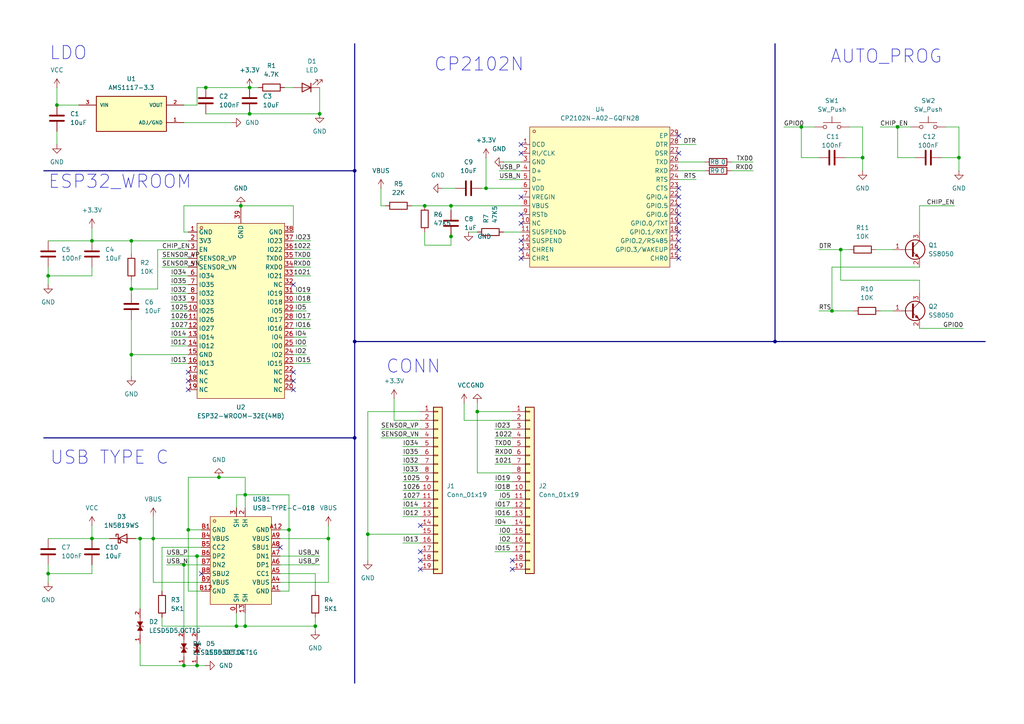
<source format=kicad_sch>
(kicad_sch (version 20250114) (generator "eeschema") (generator_version "9.0")
  (paper "A4")
  (lib_symbols
    (symbol "AMS1117-3.3:AMS1117-3.3" (pin_names (offset 1.016))
      (property "Reference" "U" (at -10.1766 5.5971 0))
      (property "Value" "AMS1117-3.3" (at -10.1692 -8.1354 0))
      (symbol "AMS1117-3.3_0_0"
        (pin input line (at -15.24 2.54 0) (length 5.08) (name "VIN") (number "3"))
        (pin output line (at 15.24 2.54 180) (length 5.08) (name "VOUT") (number "2"))
        (pin power_in line (at 15.24 -2.54 180) (length 5.08) (name "ADJ/GND") (number "1"))
      )
    )
    (symbol "CP2102N-A02-GQFN28_1"
      (property "Reference" "U" (at 0 22.86 0))
      (property "Value" "CP2102N-A02-GQFN28" (at 0 -22.86 0))
      (symbol "CP2102N-A02-GQFN28_1_0_1"
        (pin unspecified line (at -22.86 15.24 0) (length 2.54) (name "DCD") (number "1"))
        (pin unspecified line (at -22.86 12.7 0) (length 2.54) (name "RI/CLK") (number "2"))
        (pin unspecified line (at -22.86 10.16 0) (length 2.54) (name "GND") (number "3"))
        (pin unspecified line (at -22.86 7.62 0) (length 2.54) (name "D+") (number "4"))
        (pin unspecified line (at -22.86 5.08 0) (length 2.54) (name "D-") (number "5"))
        (pin unspecified line (at -22.86 2.54 0) (length 2.54) (name "VDD") (number "6"))
        (pin unspecified line (at -22.86 0 0) (length 2.54) (name "VREGIN") (number "7"))
        (pin unspecified line (at -22.86 -2.54 0) (length 2.54) (name "VBUS") (number "8"))
        (pin unspecified line (at -22.86 -5.08 0) (length 2.54) (name "RSTb") (number "9"))
        (pin unspecified line (at -22.86 -7.62 0) (length 2.54) (name "NC") (number "10"))
        (pin unspecified line (at -22.86 -10.16 0) (length 2.54) (name "SUSPENDb") (number "11"))
        (pin unspecified line (at -22.86 -12.7 0) (length 2.54) (name "SUSPEND") (number "12"))
        (pin unspecified line (at -22.86 -15.24 0) (length 2.54) (name "CHREN") (number "13"))
        (pin unspecified line (at -22.86 -17.78 0) (length 2.54) (name "CHR1") (number "14"))
        (pin unspecified line (at 22.86 17.78 180) (length 2.54) (name "EP") (number "29"))
        (pin unspecified line (at 22.86 15.24 180) (length 2.54) (name "DTR") (number "28"))
        (pin unspecified line (at 22.86 12.7 180) (length 2.54) (name "DSR") (number "27"))
        (pin unspecified line (at 22.86 10.16 180) (length 2.54) (name "TXD") (number "26"))
        (pin unspecified line (at 22.86 7.62 180) (length 2.54) (name "RXD") (number "25"))
        (pin unspecified line (at 22.86 5.08 180) (length 2.54) (name "RTS") (number "24"))
        (pin unspecified line (at 22.86 2.54 180) (length 2.54) (name "CTS") (number "23"))
        (pin unspecified line (at 22.86 0 180) (length 2.54) (name "GPIO.4") (number "22"))
        (pin unspecified line (at 22.86 -2.54 180) (length 2.54) (name "GPIO.5") (number "21"))
        (pin unspecified line (at 22.86 -5.08 180) (length 2.54) (name "GPIO.6") (number "20"))
        (pin unspecified line (at 22.86 -7.62 180) (length 2.54) (name "GPIO.0/TXT") (number "19"))
        (pin unspecified line (at 22.86 -10.16 180) (length 2.54) (name "GPIO.1/RXT") (number "18"))
        (pin unspecified line (at 22.86 -12.7 180) (length 2.54) (name "GPIO.2/RS485") (number "17"))
        (pin unspecified line (at 22.86 -15.24 180) (length 2.54) (name "GPIO.3/WAKEUP") (number "16"))
        (pin unspecified line (at 22.86 -17.78 180) (length 2.54) (name "CHR0") (number "15"))
      )
    )
    (symbol "Connector_Generic:Conn_01x19" (pin_names (offset 1.016) (hide yes))
      (property "Reference" "J" (at 0 25.4 0))
      (property "Value" "Conn_01x19" (at 0 -25.4 0))
      (symbol "Conn_01x19_1_1"
        (pin passive line (at -5.08 22.86 0) (length 3.81) (name "Pin_1") (number "1"))
        (pin passive line (at -5.08 20.32 0) (length 3.81) (name "Pin_2") (number "2"))
        (pin passive line (at -5.08 17.78 0) (length 3.81) (name "Pin_3") (number "3"))
        (pin passive line (at -5.08 15.24 0) (length 3.81) (name "Pin_4") (number "4"))
        (pin passive line (at -5.08 12.7 0) (length 3.81) (name "Pin_5") (number "5"))
        (pin passive line (at -5.08 10.16 0) (length 3.81) (name "Pin_6") (number "6"))
        (pin passive line (at -5.08 7.62 0) (length 3.81) (name "Pin_7") (number "7"))
        (pin passive line (at -5.08 5.08 0) (length 3.81) (name "Pin_8") (number "8"))
        (pin passive line (at -5.08 2.54 0) (length 3.81) (name "Pin_9") (number "9"))
        (pin passive line (at -5.08 0 0) (length 3.81) (name "Pin_10") (number "10"))
        (pin passive line (at -5.08 -2.54 0) (length 3.81) (name "Pin_11") (number "11"))
        (pin passive line (at -5.08 -5.08 0) (length 3.81) (name "Pin_12") (number "12"))
        (pin passive line (at -5.08 -7.62 0) (length 3.81) (name "Pin_13") (number "13"))
        (pin passive line (at -5.08 -10.16 0) (length 3.81) (name "Pin_14") (number "14"))
        (pin passive line (at -5.08 -12.7 0) (length 3.81) (name "Pin_15") (number "15"))
        (pin passive line (at -5.08 -15.24 0) (length 3.81) (name "Pin_16") (number "16"))
        (pin passive line (at -5.08 -17.78 0) (length 3.81) (name "Pin_17") (number "17"))
        (pin passive line (at -5.08 -20.32 0) (length 3.81) (name "Pin_18") (number "18"))
        (pin passive line (at -5.08 -22.86 0) (length 3.81) (name "Pin_19") (number "19"))
      )
    )
    (symbol "Device:C" (pin_numbers (hide yes)) (pin_names (offset 0.254))
      (property "Reference" "C" (at 0.635 2.54 0))
      (property "Value" "C" (at 0.635 -2.54 0))
      (symbol "C_1_1"
        (pin passive line (at 0 3.81 270) (length 2.794) (name "~") (number "1"))
        (pin passive line (at 0 -3.81 90) (length 2.794) (name "~") (number "2"))
      )
    )
    (symbol "Device:LED" (pin_numbers (hide yes)) (pin_names (offset 1.016) (hide yes))
      (property "Reference" "D" (at 0 2.54 0))
      (property "Value" "LED" (at 0 -2.54 0))
      (symbol "LED_1_1"
        (pin passive line (at -3.81 0 0) (length 2.54) (name "K") (number "1"))
        (pin passive line (at 3.81 0 180) (length 2.54) (name "A") (number "2"))
      )
    )
    (symbol "Device:R" (pin_numbers (hide yes)) (pin_names (offset 0))
      (property "Reference" "R" (at 2.032 0 90))
      (property "Value" "R" (at 0 0 90))
      (symbol "R_1_1"
        (pin passive line (at 0 3.81 270) (length 1.27) (name "~") (number "1"))
        (pin passive line (at 0 -3.81 90) (length 1.27) (name "~") (number "2"))
      )
    )
    (symbol "Diode:1N5819WS" (pin_numbers (hide yes)) (pin_names (offset 1.016) (hide yes))
      (property "Reference" "D" (at 0 2.54 0))
      (property "Value" "1N5819WS" (at 0 -2.54 0))
      (symbol "1N5819WS_1_1"
        (pin passive line (at -3.81 0 0) (length 2.54) (name "K") (number "1"))
        (pin passive line (at 3.81 0 180) (length 2.54) (name "A") (number "2"))
      )
    )
    (symbol "ESP32-WROOM-32E-N4:ESP32-WROOM-32E(4MB)"
      (property "Reference" "U" (at 0 35.56 0))
      (property "Value" "ESP32-WROOM-32E(4MB)" (at 0 -27.94 0))
      (symbol "ESP32-WROOM-32E(4MB)_0_1"
        (pin unspecified line (at -15.24 22.86 0) (length 2.54) (name "GND") (number "1"))
        (pin unspecified line (at -15.24 20.32 0) (length 2.54) (name "3V3") (number "2"))
        (pin unspecified line (at -15.24 17.78 0) (length 2.54) (name "EN") (number "3"))
        (pin unspecified line (at -15.24 15.24 0) (length 2.54) (name "SENSOR_VP") (number "4"))
        (pin unspecified line (at -15.24 12.7 0) (length 2.54) (name "SENSOR_VN") (number "5"))
        (pin unspecified line (at -15.24 10.16 0) (length 2.54) (name "IO34") (number "6"))
        (pin unspecified line (at -15.24 7.62 0) (length 2.54) (name "IO35") (number "7"))
        (pin unspecified line (at -15.24 5.08 0) (length 2.54) (name "IO32") (number "8"))
        (pin unspecified line (at -15.24 2.54 0) (length 2.54) (name "IO33") (number "9"))
        (pin unspecified line (at -15.24 0 0) (length 2.54) (name "IO25") (number "10"))
        (pin unspecified line (at -15.24 -2.54 0) (length 2.54) (name "IO26") (number "11"))
        (pin unspecified line (at -15.24 -5.08 0) (length 2.54) (name "IO27") (number "12"))
        (pin unspecified line (at -15.24 -7.62 0) (length 2.54) (name "IO14") (number "13"))
        (pin unspecified line (at -15.24 -10.16 0) (length 2.54) (name "IO12") (number "14"))
        (pin unspecified line (at -15.24 -12.7 0) (length 2.54) (name "GND") (number "15"))
        (pin unspecified line (at -15.24 -15.24 0) (length 2.54) (name "IO13") (number "16"))
        (pin unspecified line (at -15.24 -17.78 0) (length 2.54) (name "NC") (number "17"))
        (pin unspecified line (at -15.24 -20.32 0) (length 2.54) (name "NC") (number "18"))
        (pin unspecified line (at -15.24 -22.86 0) (length 2.54) (name "NC") (number "19"))
        (pin unspecified line (at 0 30.48 270) (length 5.08) (name "GND") (number "39"))
        (pin unspecified line (at 15.24 22.86 180) (length 2.54) (name "GND") (number "38"))
        (pin unspecified line (at 15.24 20.32 180) (length 2.54) (name "IO23") (number "37"))
        (pin unspecified line (at 15.24 17.78 180) (length 2.54) (name "IO22") (number "36"))
        (pin unspecified line (at 15.24 15.24 180) (length 2.54) (name "TXD0") (number "35"))
        (pin unspecified line (at 15.24 12.7 180) (length 2.54) (name "RXD0") (number "34"))
        (pin unspecified line (at 15.24 10.16 180) (length 2.54) (name "IO21") (number "33"))
        (pin unspecified line (at 15.24 7.62 180) (length 2.54) (name "NC") (number "32"))
        (pin unspecified line (at 15.24 5.08 180) (length 2.54) (name "IO19") (number "31"))
        (pin unspecified line (at 15.24 2.54 180) (length 2.54) (name "IO18") (number "30"))
        (pin unspecified line (at 15.24 0 180) (length 2.54) (name "IO5") (number "29"))
        (pin unspecified line (at 15.24 -2.54 180) (length 2.54) (name "IO17") (number "28"))
        (pin unspecified line (at 15.24 -5.08 180) (length 2.54) (name "IO16") (number "27"))
        (pin unspecified line (at 15.24 -7.62 180) (length 2.54) (name "IO4") (number "26"))
        (pin unspecified line (at 15.24 -10.16 180) (length 2.54) (name "IO0") (number "25"))
        (pin unspecified line (at 15.24 -12.7 180) (length 2.54) (name "IO2") (number "24"))
        (pin unspecified line (at 15.24 -15.24 180) (length 2.54) (name "IO15") (number "23"))
        (pin unspecified line (at 15.24 -17.78 180) (length 2.54) (name "NC") (number "22"))
        (pin unspecified line (at 15.24 -20.32 180) (length 2.54) (name "NC") (number "21"))
        (pin unspecified line (at 15.24 -22.86 180) (length 2.54) (name "NC") (number "20"))
      )
    )
    (symbol "LESD5D5.0CT1G:LESD5D5.0CT1G" (pin_names (offset 1.016))
      (property "Reference" "D" (at -5.08 2.54 0))
      (property "Value" "LESD5D5.0CT1G" (at -5.08 -5.08 0))
      (symbol "LESD5D5.0CT1G_0_0"
        (pin passive line (at -5.08 0 0) (length 2.54) (name "~") (number "1"))
        (pin passive line (at 5.08 0 180) (length 2.54) (name "~") (number "2"))
      )
    )
    (symbol "Switch:SW_Push" (pin_numbers (hide yes)) (pin_names (offset 1.016) (hide yes))
      (property "Reference" "SW" (at 1.27 2.54 0))
      (property "Value" "SW_Push" (at 0 -1.524 0))
      (symbol "SW_Push_0_1"
        (pin passive line (at -5.08 0 0) (length 2.54) (name "1") (number "1"))
        (pin passive line (at 5.08 0 180) (length 2.54) (name "2") (number "2"))
      )
    )
    (symbol "Transistor_BJT:SS8050" (pin_names (offset 0) (hide yes))
      (property "Reference" "Q" (at 5.08 1.905 0))
      (property "Value" "SS8050" (at 5.08 0 0))
      (symbol "SS8050_1_1"
        (pin input line (at -5.08 0 0) (length 2.54) (name "B") (number "1"))
        (pin passive line (at 2.54 5.08 270) (length 2.54) (name "C") (number "3"))
        (pin passive line (at 2.54 -5.08 90) (length 2.54) (name "E") (number "2"))
      )
    )
    (symbol "Usb_type_c_018:USB-TYPE-C-018"
      (property "Reference" "USB" (at 0 20.32 0))
      (property "Value" "USB-TYPE-C-018" (at 0 -20.32 0))
      (symbol "USB-TYPE-C-018_0_1"
        (pin unspecified line (at -11.43 8.89 0) (length 2.54) (name "GND") (number "B1"))
        (pin unspecified line (at -11.43 6.35 0) (length 2.54) (name "VBUS") (number "B4"))
        (pin unspecified line (at -11.43 3.81 0) (length 2.54) (name "CC2") (number "B5"))
        (pin unspecified line (at -11.43 1.27 0) (length 2.54) (name "DP2") (number "B6"))
        (pin unspecified line (at -11.43 -1.27 0) (length 2.54) (name "DN2") (number "B7"))
        (pin unspecified line (at -11.43 -3.81 0) (length 2.54) (name "SBU2") (number "B8"))
        (pin unspecified line (at -11.43 -6.35 0) (length 2.54) (name "VBUS") (number "B9"))
        (pin unspecified line (at -11.43 -8.89 0) (length 2.54) (name "GND") (number "B12"))
        (pin unspecified line (at -1.27 15.24 270) (length 2.54) (name "SH") (number "3"))
        (pin unspecified line (at -1.27 -15.24 90) (length 2.54) (name "SH") (number "0"))
        (pin unspecified line (at 1.27 15.24 270) (length 2.54) (name "SH") (number "2"))
        (pin unspecified line (at 1.27 -15.24 90) (length 2.54) (name "SH") (number "13"))
        (pin unspecified line (at 11.43 8.89 180) (length 2.54) (name "GND") (number "A12"))
        (pin unspecified line (at 11.43 6.35 180) (length 2.54) (name "VBUS") (number "A9"))
        (pin unspecified line (at 11.43 3.81 180) (length 2.54) (name "SBU1") (number "A8"))
        (pin unspecified line (at 11.43 1.27 180) (length 2.54) (name "DN1") (number "A7"))
        (pin unspecified line (at 11.43 -1.27 180) (length 2.54) (name "DP1") (number "A6"))
        (pin unspecified line (at 11.43 -3.81 180) (length 2.54) (name "CC1") (number "A5"))
        (pin unspecified line (at 11.43 -6.35 180) (length 2.54) (name "VBUS") (number "A4"))
        (pin unspecified line (at 11.43 -8.89 180) (length 2.54) (name "GND") (number "A1"))
      )
    )
    (symbol "power:+3.3V" (power) (pin_numbers (hide yes)) (pin_names (offset 0) (hide yes))
      (property "Value" "+3.3V" (at 0 3.556 0))
      (symbol "+3.3V_1_1"
        (pin power_in line (at 0 0 90) (length 0) (name "~") (number "1"))
      )
    )
    (symbol "power:GND" (power) (pin_numbers (hide yes)) (pin_names (offset 0) (hide yes))
      (property "Value" "GND" (at 0 -3.81 0))
      (symbol "GND_1_1"
        (pin power_in line (at 0 0 270) (length 0) (name "~") (number "1"))
      )
    )
    (symbol "power:VBUS" (power) (pin_numbers (hide yes)) (pin_names (offset 0) (hide yes))
      (property "Value" "VBUS" (at 0 3.556 0))
      (symbol "VBUS_1_1"
        (pin power_in line (at 0 0 90) (length 0) (name "~") (number "1"))
      )
    )
    (symbol "power:VCC" (power) (pin_numbers (hide yes)) (pin_names (offset 0) (hide yes))
      (property "Value" "VCC" (at 0 3.556 0))
      (symbol "VCC_1_1"
        (pin power_in line (at 0 0 90) (length 0) (name "~") (number "1"))
      )
    )
  )
  (text "ESP32_WROOM" (at 34.798 52.832 0) (effects (font (size 3.81 3.81))))
  (text "CP2102N" (at 138.938 18.796 0) (effects (font (size 3.81 3.81))))
  (text "USB TYPE C\n" (at 31.75 132.842 0) (effects (font (size 3.81 3.81))))
  (text "AUTO_PROG" (at 257.048 16.51 0) (effects (font (size 3.81 3.81))))
  (text "CONN" (at 119.888 106.426 0) (effects (font (size 3.81 3.81))))
  (text "LDO" (at 19.812 15.494 0) (effects (font (size 3.81 3.81))))
  (junction (at 260.35 36.83))
  (junction (at 95.25 156.21))
  (junction (at 278.13 45.72))
  (junction (at 71.12 181.61))
  (junction (at 44.45 156.21))
  (junction (at 26.67 156.21))
  (junction (at 102.87 49.53))
  (junction (at 59.69 25.4))
  (junction (at 26.67 69.85))
  (junction (at 243.84 72.39))
  (junction (at 40.64 156.21))
  (junction (at 123.19 59.69))
  (junction (at 232.41 36.83))
  (junction (at 102.87 99.06))
  (junction (at 72.39 25.4))
  (junction (at 69.85 59.69))
  (junction (at 68.58 181.61))
  (junction (at 38.1 83.82))
  (junction (at 57.15 193.04))
  (junction (at 16.51 30.48))
  (junction (at 106.68 154.94))
  (junction (at 130.81 59.69))
  (junction (at 63.5 138.43))
  (junction (at 140.97 54.61))
  (junction (at 91.44 181.61))
  (junction (at 130.81 68.58))
  (junction (at 72.39 33.02))
  (junction (at 102.87 127))
  (junction (at 13.97 166.37))
  (junction (at 53.34 163.83))
  (junction (at 71.12 143.51))
  (junction (at 241.3 90.17))
  (junction (at 224.79 99.06))
  (junction (at 250.19 45.72))
  (junction (at 54.61 153.67))
  (junction (at 83.82 153.67))
  (junction (at 13.97 80.01))
  (junction (at 53.34 193.04))
  (junction (at 138.43 119.38))
  (junction (at 92.71 33.02))
  (junction (at 57.15 161.29))
  (junction (at 38.1 102.87))
  (junction (at 38.1 69.85))
  (no_connect (at 196.85 44.45))
  (no_connect (at 54.61 113.03))
  (no_connect (at 196.85 62.23))
  (no_connect (at 148.59 162.56))
  (no_connect (at 151.13 72.39))
  (no_connect (at 121.92 160.02))
  (no_connect (at 196.85 57.15))
  (no_connect (at 54.61 110.49))
  (no_connect (at 196.85 69.85))
  (no_connect (at 121.92 162.56))
  (no_connect (at 81.28 158.75))
  (no_connect (at 196.85 64.77))
  (no_connect (at 196.85 39.37))
  (no_connect (at 148.59 165.1))
  (no_connect (at 151.13 41.91))
  (no_connect (at 151.13 62.23))
  (no_connect (at 151.13 74.93))
  (no_connect (at 85.09 113.03))
  (no_connect (at 121.92 165.1))
  (no_connect (at 85.09 107.95))
  (no_connect (at 151.13 64.77))
  (no_connect (at 151.13 57.15))
  (no_connect (at 151.13 44.45))
  (no_connect (at 196.85 59.69))
  (no_connect (at 54.61 107.95))
  (no_connect (at 58.42 166.37))
  (no_connect (at 196.85 67.31))
  (no_connect (at 196.85 72.39))
  (no_connect (at 196.85 74.93))
  (no_connect (at 121.92 152.4))
  (no_connect (at 151.13 69.85))
  (no_connect (at 196.85 54.61))
  (no_connect (at 85.09 110.49))
  (no_connect (at 85.09 82.55))
  (wire (pts (xy 85.09 69.85) (xy 90.17 69.85)))
  (wire (pts (xy 116.84 149.86) (xy 121.92 149.86)))
  (wire (pts (xy 53.34 193.04) (xy 40.64 193.04)))
  (wire (pts (xy 265.43 45.72) (xy 260.35 45.72)))
  (wire (pts (xy 121.92 154.94) (xy 106.68 154.94)))
  (wire (pts (xy 54.61 153.67) (xy 58.42 153.67)))
  (wire (pts (xy 53.34 67.31) (xy 53.34 59.69)))
  (wire (pts (xy 148.59 149.86) (xy 143.51 149.86)))
  (wire (pts (xy 255.27 36.83) (xy 260.35 36.83)))
  (wire (pts (xy 227.33 36.83) (xy 232.41 36.83)))
  (wire (pts (xy 71.12 143.51) (xy 71.12 138.43)))
  (wire (pts (xy 110.49 59.69) (xy 111.76 59.69)))
  (wire (pts (xy 146.05 46.99) (xy 151.13 46.99)))
  (wire (pts (xy 59.69 25.4) (xy 72.39 25.4)))
  (wire (pts (xy 13.97 69.85) (xy 26.67 69.85)))
  (wire (pts (xy 38.1 83.82) (xy 38.1 85.09)))
  (wire (pts (xy 130.81 68.58) (xy 130.81 71.12)))
  (wire (pts (xy 116.84 157.48) (xy 121.92 157.48)))
  (wire (pts (xy 237.49 90.17) (xy 241.3 90.17)))
  (wire (pts (xy 85.09 67.31) (xy 85.09 59.69)))
  (wire (pts (xy 243.84 81.28) (xy 243.84 72.39)))
  (wire (pts (xy 26.67 69.85) (xy 38.1 69.85)))
  (wire (pts (xy 82.55 25.4) (xy 85.09 25.4)))
  (wire (pts (xy 254 72.39) (xy 259.08 72.39)))
  (wire (pts (xy 278.13 45.72) (xy 278.13 36.83)))
  (wire (pts (xy 85.09 97.79) (xy 88.9 97.79)))
  (wire (pts (xy 13.97 80.01) (xy 13.97 82.55)))
  (wire (pts (xy 49.53 87.63) (xy 54.61 87.63)))
  (wire (pts (xy 71.12 177.8) (xy 71.12 181.61)))
  (wire (pts (xy 106.68 154.94) (xy 106.68 162.56)))
  (wire (pts (xy 114.3 121.92) (xy 114.3 115.57)))
  (wire (pts (xy 148.59 127) (xy 143.51 127)))
  (wire (pts (xy 26.67 80.01) (xy 13.97 80.01)))
  (wire (pts (xy 130.81 67.31) (xy 130.81 68.58)))
  (wire (pts (xy 130.81 59.69) (xy 151.13 59.69)))
  (wire (pts (xy 146.05 67.31) (xy 151.13 67.31)))
  (wire (pts (xy 83.82 171.45) (xy 83.82 153.67)))
  (wire (pts (xy 250.19 45.72) (xy 250.19 36.83)))
  (wire (pts (xy 68.58 177.8) (xy 68.58 181.61)))
  (wire (pts (xy 49.53 82.55) (xy 54.61 82.55)))
  (wire (pts (xy 212.09 46.99) (xy 218.44 46.99)))
  (wire (pts (xy 95.25 156.21) (xy 95.25 168.91)))
  (wire (pts (xy 110.49 54.61) (xy 110.49 59.69)))
  (wire (pts (xy 48.26 161.29) (xy 57.15 161.29)))
  (wire (pts (xy 85.09 102.87) (xy 88.9 102.87)))
  (wire (pts (xy 49.53 85.09) (xy 54.61 85.09)))
  (wire (pts (xy 72.39 33.02) (xy 92.71 33.02)))
  (wire (pts (xy 196.85 49.53) (xy 204.47 49.53)))
  (wire (pts (xy 119.38 59.69) (xy 123.19 59.69)))
  (wire (pts (xy 38.1 102.87) (xy 38.1 109.22)))
  (wire (pts (xy 116.84 144.78) (xy 121.92 144.78)))
  (wire (pts (xy 148.59 134.62) (xy 143.51 134.62)))
  (wire (pts (xy 237.49 45.72) (xy 232.41 45.72)))
  (wire (pts (xy 46.99 179.07) (xy 46.99 181.61)))
  (wire (pts (xy 57.15 25.4) (xy 59.69 25.4)))
  (wire (pts (xy 116.84 139.7) (xy 121.92 139.7)))
  (wire (pts (xy 110.49 127) (xy 121.92 127)))
  (wire (pts (xy 245.11 45.72) (xy 250.19 45.72)))
  (wire (pts (xy 26.67 163.83) (xy 26.67 166.37)))
  (wire (pts (xy 148.59 154.94) (xy 144.78 154.94)))
  (bus (pts (xy 224.79 12.7) (xy 224.79 99.06)))
  (wire (pts (xy 85.09 92.71) (xy 90.17 92.71)))
  (wire (pts (xy 266.7 59.69) (xy 276.86 59.69)))
  (wire (pts (xy 148.59 144.78) (xy 144.78 144.78)))
  (wire (pts (xy 148.59 121.92) (xy 134.62 121.92)))
  (wire (pts (xy 140.97 54.61) (xy 151.13 54.61)))
  (wire (pts (xy 44.45 168.91) (xy 58.42 168.91)))
  (wire (pts (xy 148.59 124.46) (xy 143.51 124.46)))
  (wire (pts (xy 266.7 77.47) (xy 241.3 77.47)))
  (wire (pts (xy 266.7 67.31) (xy 266.7 59.69)))
  (wire (pts (xy 72.39 25.4) (xy 74.93 25.4)))
  (wire (pts (xy 68.58 147.32) (xy 68.58 143.51)))
  (wire (pts (xy 144.78 52.07) (xy 151.13 52.07)))
  (wire (pts (xy 26.67 66.04) (xy 26.67 69.85)))
  (wire (pts (xy 26.67 166.37) (xy 13.97 166.37)))
  (wire (pts (xy 38.1 92.71) (xy 38.1 102.87)))
  (wire (pts (xy 91.44 166.37) (xy 81.28 166.37)))
  (wire (pts (xy 71.12 143.51) (xy 83.82 143.51)))
  (wire (pts (xy 116.84 134.62) (xy 121.92 134.62)))
  (wire (pts (xy 16.51 25.4) (xy 16.51 30.48)))
  (wire (pts (xy 46.99 181.61) (xy 68.58 181.61)))
  (wire (pts (xy 135.89 67.31) (xy 138.43 67.31)))
  (wire (pts (xy 53.34 59.69) (xy 69.85 59.69)))
  (wire (pts (xy 85.09 105.41) (xy 90.17 105.41)))
  (wire (pts (xy 49.53 105.41) (xy 54.61 105.41)))
  (wire (pts (xy 148.59 142.24) (xy 143.51 142.24)))
  (wire (pts (xy 123.19 59.69) (xy 130.81 59.69)))
  (wire (pts (xy 273.05 45.72) (xy 278.13 45.72)))
  (wire (pts (xy 54.61 138.43) (xy 63.5 138.43)))
  (wire (pts (xy 138.43 116.84) (xy 138.43 119.38)))
  (wire (pts (xy 44.45 156.21) (xy 44.45 149.86)))
  (wire (pts (xy 57.15 30.48) (xy 53.34 30.48)))
  (wire (pts (xy 57.15 30.48) (xy 57.15 25.4)))
  (wire (pts (xy 116.84 129.54) (xy 121.92 129.54)))
  (wire (pts (xy 85.09 74.93) (xy 90.17 74.93)))
  (wire (pts (xy 85.09 77.47) (xy 90.17 77.47)))
  (wire (pts (xy 38.1 81.28) (xy 38.1 83.82)))
  (wire (pts (xy 59.69 33.02) (xy 72.39 33.02)))
  (wire (pts (xy 54.61 171.45) (xy 54.61 153.67)))
  (wire (pts (xy 49.53 97.79) (xy 54.61 97.79)))
  (wire (pts (xy 13.97 163.83) (xy 13.97 166.37)))
  (wire (pts (xy 196.85 52.07) (xy 201.93 52.07)))
  (wire (pts (xy 58.42 171.45) (xy 54.61 171.45)))
  (wire (pts (xy 49.53 95.25) (xy 54.61 95.25)))
  (bus (pts (xy 12.7 49.53) (xy 102.87 49.53)))
  (wire (pts (xy 148.59 139.7) (xy 143.51 139.7)))
  (wire (pts (xy 128.27 54.61) (xy 132.08 54.61)))
  (wire (pts (xy 130.81 59.69) (xy 130.81 60.96)))
  (wire (pts (xy 26.67 156.21) (xy 31.75 156.21)))
  (wire (pts (xy 134.62 116.84) (xy 134.62 121.92)))
  (wire (pts (xy 85.09 100.33) (xy 88.9 100.33)))
  (wire (pts (xy 85.09 59.69) (xy 69.85 59.69)))
  (bus (pts (xy 12.7 127) (xy 102.87 127)))
  (wire (pts (xy 91.44 171.45) (xy 91.44 166.37)))
  (wire (pts (xy 46.99 74.93) (xy 54.61 74.93)))
  (wire (pts (xy 81.28 171.45) (xy 83.82 171.45)))
  (wire (pts (xy 116.84 132.08) (xy 121.92 132.08)))
  (wire (pts (xy 81.28 156.21) (xy 95.25 156.21)))
  (wire (pts (xy 232.41 45.72) (xy 232.41 36.83)))
  (wire (pts (xy 123.19 67.31) (xy 123.19 71.12)))
  (wire (pts (xy 81.28 168.91) (xy 95.25 168.91)))
  (wire (pts (xy 85.09 80.01) (xy 90.17 80.01)))
  (bus (pts (xy 102.87 99.06) (xy 102.87 127)))
  (wire (pts (xy 57.15 161.29) (xy 58.42 161.29)))
  (wire (pts (xy 85.09 72.39) (xy 90.17 72.39)))
  (wire (pts (xy 278.13 45.72) (xy 278.13 49.53)))
  (wire (pts (xy 81.28 163.83) (xy 92.71 163.83)))
  (wire (pts (xy 266.7 81.28) (xy 243.84 81.28)))
  (wire (pts (xy 68.58 181.61) (xy 71.12 181.61)))
  (wire (pts (xy 123.19 71.12) (xy 130.81 71.12)))
  (wire (pts (xy 148.59 147.32) (xy 143.51 147.32)))
  (wire (pts (xy 148.59 152.4) (xy 143.51 152.4)))
  (wire (pts (xy 53.34 35.56) (xy 67.31 35.56)))
  (wire (pts (xy 139.7 54.61) (xy 140.97 54.61)))
  (wire (pts (xy 250.19 45.72) (xy 250.19 49.53)))
  (wire (pts (xy 53.34 163.83) (xy 53.34 182.88)))
  (wire (pts (xy 38.1 102.87) (xy 54.61 102.87)))
  (wire (pts (xy 54.61 67.31) (xy 53.34 67.31)))
  (wire (pts (xy 54.61 72.39) (xy 45.72 72.39)))
  (wire (pts (xy 266.7 85.09) (xy 266.7 81.28)))
  (wire (pts (xy 278.13 36.83) (xy 274.32 36.83)))
  (wire (pts (xy 241.3 77.47) (xy 241.3 90.17)))
  (wire (pts (xy 85.09 85.09) (xy 90.17 85.09)))
  (wire (pts (xy 116.84 147.32) (xy 121.92 147.32)))
  (wire (pts (xy 46.99 77.47) (xy 54.61 77.47)))
  (wire (pts (xy 148.59 137.16) (xy 138.43 137.16)))
  (wire (pts (xy 85.09 90.17) (xy 88.9 90.17)))
  (wire (pts (xy 26.67 77.47) (xy 26.67 80.01)))
  (wire (pts (xy 148.59 129.54) (xy 143.51 129.54)))
  (wire (pts (xy 16.51 30.48) (xy 22.86 30.48)))
  (wire (pts (xy 140.97 45.72) (xy 140.97 54.61)))
  (wire (pts (xy 57.15 193.04) (xy 53.34 193.04)))
  (wire (pts (xy 46.99 158.75) (xy 46.99 171.45)))
  (wire (pts (xy 255.27 90.17) (xy 259.08 90.17)))
  (wire (pts (xy 243.84 72.39) (xy 246.38 72.39)))
  (wire (pts (xy 138.43 119.38) (xy 138.43 137.16)))
  (bus (pts (xy 102.87 99.06) (xy 224.79 99.06)))
  (wire (pts (xy 83.82 153.67) (xy 83.82 143.51)))
  (wire (pts (xy 40.64 156.21) (xy 44.45 156.21)))
  (wire (pts (xy 106.68 154.94) (xy 106.68 119.38)))
  (wire (pts (xy 48.26 163.83) (xy 53.34 163.83)))
  (wire (pts (xy 59.69 193.04) (xy 57.15 193.04)))
  (wire (pts (xy 71.12 181.61) (xy 91.44 181.61)))
  (wire (pts (xy 116.84 142.24) (xy 121.92 142.24)))
  (wire (pts (xy 13.97 77.47) (xy 13.97 80.01)))
  (wire (pts (xy 71.12 147.32) (xy 71.12 143.51)))
  (wire (pts (xy 91.44 181.61) (xy 91.44 182.88)))
  (wire (pts (xy 212.09 49.53) (xy 218.44 49.53)))
  (wire (pts (xy 116.84 137.16) (xy 121.92 137.16)))
  (wire (pts (xy 260.35 36.83) (xy 264.16 36.83)))
  (wire (pts (xy 58.42 158.75) (xy 46.99 158.75)))
  (wire (pts (xy 58.42 156.21) (xy 44.45 156.21)))
  (wire (pts (xy 38.1 69.85) (xy 54.61 69.85)))
  (wire (pts (xy 13.97 166.37) (xy 13.97 168.91)))
  (bus (pts (xy 102.87 127) (xy 102.87 198.12)))
  (wire (pts (xy 54.61 153.67) (xy 54.61 138.43)))
  (wire (pts (xy 121.92 121.92) (xy 114.3 121.92)))
  (wire (pts (xy 13.97 156.21) (xy 26.67 156.21)))
  (wire (pts (xy 40.64 193.04) (xy 40.64 186.69)))
  (wire (pts (xy 91.44 179.07) (xy 91.44 181.61)))
  (wire (pts (xy 71.12 138.43) (xy 63.5 138.43)))
  (bus (pts (xy 224.79 99.06) (xy 285.75 99.06)))
  (wire (pts (xy 39.37 156.21) (xy 40.64 156.21)))
  (wire (pts (xy 45.72 72.39) (xy 45.72 83.82)))
  (wire (pts (xy 45.72 83.82) (xy 38.1 83.82)))
  (wire (pts (xy 49.53 100.33) (xy 54.61 100.33)))
  (wire (pts (xy 81.28 161.29) (xy 92.71 161.29)))
  (wire (pts (xy 144.78 157.48) (xy 148.59 157.48)))
  (wire (pts (xy 53.34 163.83) (xy 58.42 163.83)))
  (wire (pts (xy 44.45 168.91) (xy 44.45 156.21)))
  (wire (pts (xy 148.59 132.08) (xy 143.51 132.08)))
  (wire (pts (xy 16.51 38.1) (xy 16.51 41.91)))
  (wire (pts (xy 241.3 90.17) (xy 247.65 90.17)))
  (wire (pts (xy 49.53 90.17) (xy 54.61 90.17)))
  (bus (pts (xy 102.87 49.53) (xy 102.87 99.06)))
  (wire (pts (xy 92.71 25.4) (xy 92.71 33.02)))
  (wire (pts (xy 196.85 46.99) (xy 204.47 46.99)))
  (wire (pts (xy 49.53 92.71) (xy 54.61 92.71)))
  (wire (pts (xy 237.49 72.39) (xy 243.84 72.39)))
  (wire (pts (xy 68.58 143.51) (xy 71.12 143.51)))
  (bus (pts (xy 102.87 12.7) (xy 102.87 49.53)))
  (wire (pts (xy 81.28 153.67) (xy 83.82 153.67)))
  (wire (pts (xy 143.51 160.02) (xy 148.59 160.02)))
  (wire (pts (xy 26.67 152.4) (xy 26.67 156.21)))
  (wire (pts (xy 266.7 95.25) (xy 279.4 95.25)))
  (wire (pts (xy 196.85 41.91) (xy 201.93 41.91)))
  (wire (pts (xy 250.19 36.83) (xy 246.38 36.83)))
  (wire (pts (xy 138.43 119.38) (xy 148.59 119.38)))
  (wire (pts (xy 110.49 124.46) (xy 121.92 124.46)))
  (wire (pts (xy 38.1 69.85) (xy 38.1 73.66)))
  (wire (pts (xy 106.68 119.38) (xy 121.92 119.38)))
  (wire (pts (xy 49.53 80.01) (xy 54.61 80.01)))
  (wire (pts (xy 95.25 152.4) (xy 95.25 156.21)))
  (wire (pts (xy 57.15 161.29) (xy 57.15 182.88)))
  (wire (pts (xy 260.35 45.72) (xy 260.35 36.83)))
  (wire (pts (xy 40.64 156.21) (xy 40.64 176.53)))
  (wire (pts (xy 85.09 95.25) (xy 90.17 95.25)))
  (wire (pts (xy 232.41 36.83) (xy 236.22 36.83)))
  (wire (pts (xy 144.78 49.53) (xy 151.13 49.53)))
  (wire (pts (xy 85.09 87.63) (xy 90.17 87.63)))
  (label "IO34" (at 116.84 129.54 0))
  (label "USB_N" (at 48.26 163.83 0))
  (label "RXD0" (at 90.17 77.47 180))
  (label "DTR" (at 201.93 41.91 180))
  (label "CHIP_EN" (at 276.86 59.69 180))
  (label "USB_P" (at 144.78 49.53 0))
  (label "1022" (at 143.51 127 0))
  (label "IO13" (at 116.84 157.48 0))
  (label "IO4" (at 143.51 152.4 0))
  (label "DTR" (at 237.49 72.39 0))
  (label "IO17" (at 143.51 147.32 0))
  (label "IO14" (at 49.53 97.79 0))
  (label "IO18" (at 90.17 87.63 180))
  (label "SENSOR_VN" (at 110.49 127 0))
  (label "1025" (at 116.84 139.7 0))
  (label "1025" (at 49.53 90.17 0))
  (label "IO16" (at 90.17 95.25 180))
  (label "IO12" (at 49.53 100.33 0))
  (label "CHIP_EN" (at 255.27 36.83 0))
  (label "IO33" (at 116.84 137.16 0))
  (label "IO32" (at 116.84 134.62 0))
  (label "IO23" (at 143.51 124.46 0))
  (label "IO32" (at 49.53 85.09 0))
  (label "RTS" (at 237.49 90.17 0))
  (label "IO23" (at 90.17 69.85 180))
  (label "TXD0" (at 143.51 129.54 0))
  (label "IO2" (at 88.9 102.87 180))
  (label "IO2" (at 144.78 157.48 0))
  (label "TXD0" (at 90.17 74.93 180))
  (label "IO34" (at 49.53 80.01 0))
  (label "SENSOR_VP" (at 46.99 74.93 0))
  (label "IO14" (at 116.84 147.32 0))
  (label "GPIO0" (at 227.33 36.83 0))
  (label "RXD0" (at 218.44 49.53 180))
  (label "1027" (at 49.53 95.25 0))
  (label "IO15" (at 90.17 105.41 180))
  (label "USB_N" (at 144.78 52.07 0))
  (label "IO18" (at 143.51 142.24 0))
  (label "IO16" (at 143.51 149.86 0))
  (label "USB_P" (at 92.71 163.83 180))
  (label "GPIO0" (at 279.4 95.25 180))
  (label "1026" (at 49.53 92.71 0))
  (label "IO15" (at 143.51 160.02 0))
  (label "USB_N" (at 92.71 161.29 180))
  (label "1021" (at 90.17 80.01 180))
  (label "CHIP_EN" (at 46.99 72.39 0))
  (label "IO35" (at 49.53 82.55 0))
  (label "1026" (at 116.84 142.24 0))
  (label "IO19" (at 90.17 85.09 180))
  (label "IO17" (at 90.17 92.71 180))
  (label "1027" (at 116.84 144.78 0))
  (label "1021" (at 143.51 134.62 0))
  (label "IO13" (at 49.53 105.41 0))
  (label "IO33" (at 49.53 87.63 0))
  (label "IO5" (at 144.78 144.78 0))
  (label "IO12" (at 116.84 149.86 0))
  (label "IO4" (at 88.9 97.79 180))
  (label "USB_P" (at 48.26 161.29 0))
  (label "TXD0" (at 218.44 46.99 180))
  (label "RTS" (at 201.93 52.07 180))
  (label "IO5" (at 88.9 90.17 180))
  (label "1022" (at 90.17 72.39 180))
  (label "IO35" (at 116.84 132.08 0))
  (label "IO19" (at 143.51 139.7 0))
  (label "IO0" (at 144.78 154.94 0))
  (label "SENSOR_VN" (at 46.99 77.47 0))
  (label "SENSOR_VP" (at 110.49 124.46 0))
  (label "IO0" (at 88.9 100.33 180))
  (label "RXD0" (at 143.51 132.08 0))
  (symbol (lib_id "AMS1117-3.3:AMS1117-3.3") (at 38.1 33.02 0) (unit 1)
    (property "Reference" "U1" (at 38.1 22.86 0))
    (property "Value" "AMS1117-3.3" (at 38.1 25.4 0))
    (property "Footprint" "Package_TO_SOT_SMD:SOT-223-3_TabPin2" (effects (hide yes)))
    (property "DigiKey_Part_Number" "4518-AMS1117-3.3CT-ND" (effects (hide yes)))
    (property "SnapEDA_Link" "https://www.snapeda.com/parts/AMS1117-3.3/UMW/view-part/?ref=snap" (effects (hide yes)))
    (property "Description_1" "Linear Voltage Regulator IC Positive Fixed 1 Output 1A SOT-223-3L" (effects (hide yes)))
    (property "PACKAGE" "SOT-223 ams" (effects (hide yes)))
    (property "PRICE" "None" (effects (hide yes)))
    (property "Package" "SOT-223-3L UMW" (effects (hide yes)))
    (property "Check_prices" "https://www.snapeda.com/parts/AMS1117-3.3/UMW/view-part/?ref=eda" (effects (hide yes)))
    (property "STANDARD" "IPC-7351B" (effects (hide yes)))
    (property "PARTREV" "NA" (effects (hide yes)))
    (property "MF" "UMW" (effects (hide yes)))
    (property "MP" "AMS1117-3.3" (effects (hide yes)))
    (property "AVAILABILITY" "Unavailable" (effects (hide yes)))
    (property "MANUFACTURER" "Advanced Mololithic Systems" (effects (hide yes)))
  )
  (symbol (lib_id "power:GND") (at 250.19 49.53 0) (unit 1)
    (property "Reference" "#PWR022" (effects (hide yes)))
    (property "Value" "GND" (at 250.19 54.61 0))
    (property "Description" "Power symbol creates a global label with name \"GND\" , ground" (effects (hide yes)))
  )
  (symbol (lib_id "Device:R") (at 251.46 90.17 90) (unit 1)
    (property "Reference" "R10" (at 251.46 83.82 90))
    (property "Value" "10K" (at 251.46 86.36 90))
    (property "Footprint" "Resistor_SMD:R_0402_1005Metric" (effects (hide yes)))
    (property "Description" "Resistor" (effects (hide yes)))
  )
  (symbol (lib_id "LESD5D5.0CT1G:LESD5D5.0CT1G") (at 53.34 187.96 90) (unit 1)
    (property "Reference" "D4" (at 55.88 186.6899 90) (effects (justify right)))
    (property "Value" "LESD5D5.0CT1G" (at 55.88 189.2299 90) (effects (justify right)))
    (property "Footprint" "LESD5D5.0CT1G:TVS_LESD5D5.0CT1G" (effects (hide yes)))
    (property "MF" "Leshan Radio Co." (effects (hide yes)))
    (property "MAXIMUM_PACKAGE_HEIGHT" "0.7 mm" (effects (hide yes)))
    (property "Package" "None" (effects (hide yes)))
    (property "Price" "None" (effects (hide yes)))
    (property "Check_prices" "https://www.snapeda.com/parts/LESD5D5.0CT1G/Leshan+Radio/view-part/?ref=eda" (effects (hide yes)))
    (property "STANDARD" "Manufacturer Recommendations" (effects (hide yes)))
    (property "PARTREV" "O" (effects (hide yes)))
    (property "SnapEDA_Link" "https://www.snapeda.com/parts/LESD5D5.0CT1G/Leshan+Radio/view-part/?ref=snap" (effects (hide yes)))
    (property "MP" "LESD5D5.0CT1G" (effects (hide yes)))
    (property "Description_1" "Transient Voltage Suppressors for ESD Protection" (effects (hide yes)))
    (property "Availability" "In Stock" (effects (hide yes)))
    (property "MANUFACTURER" "LRC" (effects (hide yes)))
  )
  (symbol (lib_id "Device:C") (at 16.51 34.29 0) (unit 1)
    (property "Reference" "C1" (at 20.32 33.0199 0) (effects (justify left)))
    (property "Value" "10uF" (at 20.32 35.5599 0) (effects (justify left)))
    (property "Footprint" "Capacitor_SMD:C_0603_1608Metric" (effects (hide yes)))
    (property "Description" "Unpolarized capacitor" (effects (hide yes)))
  )
  (symbol (lib_id "Connector_Generic:Conn_01x19") (at 127 142.24 0) (unit 1)
    (property "Reference" "J1" (at 129.54 140.9699 0) (effects (justify left)))
    (property "Value" "Conn_01x19" (at 129.54 143.5099 0) (effects (justify left)))
    (property "Footprint" "Connector_PinHeader_2.54mm:PinHeader_1x19_P2.54mm_Vertical" (effects (hide yes)))
    (property "Description" "Generic connector, single row, 01x19, script generated (kicad-library-utils/schlib/autogen/connector/)" (effects (hide yes)))
  )
  (symbol (lib_id "Device:R") (at 78.74 25.4 90) (unit 1)
    (property "Reference" "R1" (at 78.74 19.05 90))
    (property "Value" "4.7K" (at 78.74 21.59 90))
    (property "Footprint" "Resistor_SMD:R_0402_1005Metric" (effects (hide yes)))
    (property "Description" "Resistor" (effects (hide yes)))
  )
  (symbol (lib_id "power:GND") (at 38.1 109.22 0) (unit 1)
    (property "Reference" "#PWR08" (effects (hide yes)))
    (property "Value" "GND" (at 38.1 114.3 0))
    (property "Description" "Power symbol creates a global label with name \"GND\" , ground" (effects (hide yes)))
  )
  (symbol (lib_id "Device:R") (at 91.44 175.26 0) (unit 1)
    (property "Reference" "R4" (at 93.98 173.9899 0) (effects (justify left)))
    (property "Value" "5K1" (at 93.98 176.5299 0) (effects (justify left)))
    (property "Footprint" "Resistor_SMD:R_0402_1005Metric" (effects (hide yes)))
    (property "Description" "Resistor" (effects (hide yes)))
  )
  (symbol (lib_id "power:GND") (at 138.43 116.84 180) (unit 1)
    (property "Reference" "#PWR026" (effects (hide yes)))
    (property "Value" "GND" (at 138.43 111.76 0))
    (property "Description" "Power symbol creates a global label with name \"GND\" , ground" (effects (hide yes)))
  )
  (symbol (lib_id "Connector_Generic:Conn_01x19") (at 153.67 142.24 0) (unit 1)
    (property "Reference" "J2" (at 156.21 140.9699 0) (effects (justify left)))
    (property "Value" "Conn_01x19" (at 156.21 143.5099 0) (effects (justify left)))
    (property "Footprint" "Connector_PinHeader_2.54mm:PinHeader_1x19_P2.54mm_Vertical" (effects (hide yes)))
    (property "Description" "Generic connector, single row, 01x19, script generated (kicad-library-utils/schlib/autogen/connector/)" (effects (hide yes)))
  )
  (symbol (lib_id "power:+3.3V") (at 134.62 116.84 0) (unit 1)
    (property "Reference" "#PWR027" (effects (hide yes)))
    (property "Value" "VCC" (at 134.62 111.76 0))
    (property "Description" "Power symbol creates a global label with name \"+3.3V\"" (effects (hide yes)))
  )
  (symbol (lib_id "Device:C") (at 38.1 88.9 0) (unit 1)
    (property "Reference" "C6" (at 41.91 87.6299 0) (effects (justify left)))
    (property "Value" "10uF" (at 41.91 90.1699 0) (effects (justify left)))
    (property "Footprint" "Capacitor_SMD:C_0603_1608Metric" (effects (hide yes)))
    (property "Description" "Unpolarized capacitor" (effects (hide yes)))
  )
  (symbol (lib_id "Device:R") (at 250.19 72.39 90) (unit 1)
    (property "Reference" "R11" (at 250.19 66.04 90))
    (property "Value" "10K" (at 250.19 68.58 90))
    (property "Footprint" "Resistor_SMD:R_0402_1005Metric" (effects (hide yes)))
    (property "Description" "Resistor" (effects (hide yes)))
  )
  (symbol (lib_id "Usb_type_c_018:USB-TYPE-C-018") (at 69.85 162.56 0) (unit 1)
    (property "Reference" "USB1" (at 73.2633 144.78 0) (effects (justify left)))
    (property "Value" "USB-TYPE-C-018" (at 73.2633 147.32 0) (effects (justify left)))
    (property "Footprint" "USB-TYPE-C-018:USB-C_SMD-TYPE-C-31-M-12" (effects (hide yes)))
    (property "LCSC Part" "C2927038" (effects (hide yes)))
  )
  (symbol (lib_id "ESP32-WROOM-32E-N4:ESP32-WROOM-32E(4MB)") (at 69.85 90.17 0) (unit 1)
    (property "Reference" "U2" (at 69.85 118.11 0))
    (property "Value" "ESP32-WROOM-32E(4MB)" (at 69.85 120.65 0))
    (property "Footprint" "ESP32-WROOM-32E-N4:WIFI-SMD_ESP32-WROOM-32E" (effects (hide yes)))
    (property "Datasheet" "https://lcsc.com/product-detail/WIFI-Modules_Espressif-Systems-ESP32-WROOM-32E-4MB_C701341.html" (effects (hide yes)))
    (property "LCSC Part" "C701341" (effects (hide yes)))
  )
  (symbol (lib_id "LESD5D5.0CT1G:LESD5D5.0CT1G") (at 57.15 187.96 90) (unit 1)
    (property "Reference" "D5" (at 59.69 186.6899 90) (effects (justify right)))
    (property "Value" "LESD5D5.0CT1G" (at 59.69 189.2299 90) (effects (justify right)))
    (property "Footprint" "LESD5D5.0CT1G:TVS_LESD5D5.0CT1G" (effects (hide yes)))
    (property "MF" "Leshan Radio Co." (effects (hide yes)))
    (property "MAXIMUM_PACKAGE_HEIGHT" "0.7 mm" (effects (hide yes)))
    (property "Package" "None" (effects (hide yes)))
    (property "Price" "None" (effects (hide yes)))
    (property "Check_prices" "https://www.snapeda.com/parts/LESD5D5.0CT1G/Leshan+Radio/view-part/?ref=eda" (effects (hide yes)))
    (property "STANDARD" "Manufacturer Recommendations" (effects (hide yes)))
    (property "PARTREV" "O" (effects (hide yes)))
    (property "SnapEDA_Link" "https://www.snapeda.com/parts/LESD5D5.0CT1G/Leshan+Radio/view-part/?ref=snap" (effects (hide yes)))
    (property "MP" "LESD5D5.0CT1G" (effects (hide yes)))
    (property "Description_1" "Transient Voltage Suppressors for ESD Protection" (effects (hide yes)))
    (property "Availability" "In Stock" (effects (hide yes)))
    (property "MANUFACTURER" "LRC" (effects (hide yes)))
  )
  (symbol (lib_id "power:+3.3V") (at 26.67 66.04 0) (unit 1)
    (property "Reference" "#PWR06" (effects (hide yes)))
    (property "Value" "+3.3V" (at 26.67 60.96 0))
    (property "Description" "Power symbol creates a global label with name \"+3.3V\"" (effects (hide yes)))
  )
  (symbol (lib_id "Device:R") (at 115.57 59.69 90) (unit 1)
    (property "Reference" "R5" (at 115.57 53.34 90))
    (property "Value" "22K" (at 115.57 55.88 90))
    (property "Footprint" "Resistor_SMD:R_0402_1005Metric" (effects (hide yes)))
    (property "Description" "Resistor" (effects (hide yes)))
  )
  (symbol (lib_id "power:GND") (at 128.27 54.61 270) (unit 1)
    (property "Reference" "#PWR016" (effects (hide yes)))
    (property "Value" "GND" (at 127 50.8 90))
    (property "Description" "Power symbol creates a global label with name \"GND\" , ground" (effects (hide yes)))
  )
  (symbol (lib_id "power:+3.3V") (at 140.97 45.72 0) (unit 1)
    (property "Reference" "#PWR017" (effects (hide yes)))
    (property "Value" "+3.3V" (at 140.97 40.64 0))
    (property "Description" "Power symbol creates a global label with name \"+3.3V\"" (effects (hide yes)))
  )
  (symbol (lib_id "Diode:1N5819WS") (at 35.56 156.21 0) (unit 1)
    (property "Reference" "D3" (at 35.2425 149.86 0))
    (property "Value" "1N5819WS" (at 35.2425 152.4 0))
    (property "Footprint" "Diode_SMD:D_SOD-323" (effects (hide yes)))
    (property "Datasheet" "https://datasheet.lcsc.com/lcsc/2204281430_Guangdong-Hottech-1N5819WS_C191023.pdf" (effects (hide yes)))
    (property "Description" "40V 600mV@1A 1A SOD-323 Schottky Barrier Diodes, SOD-323" (effects (hide yes)))
  )
  (symbol (lib_id "Transistor_BJT:SS8050") (at 264.16 90.17 0) (unit 1)
    (property "Reference" "Q2" (at 269.24 88.8999 0) (effects (justify left)))
    (property "Value" "SS8050" (at 269.24 91.4399 0) (effects (justify left)))
    (property "Footprint" "Package_TO_SOT_SMD:SOT-23" (effects (hide yes)))
    (property "Datasheet" "http://www.secosgmbh.com/datasheet/products/SSMPTransistor/SOT-23/SS8050.pdf" (effects (hide yes)))
    (property "Description" "General Purpose NPN Transistor, 1.5A Ic, 25V Vce, SOT-23" (effects (hide yes)))
  )
  (symbol (lib_id "power:+3.3V") (at 26.67 152.4 0) (unit 1)
    (property "Reference" "#PWR019" (effects (hide yes)))
    (property "Value" "VCC" (at 26.67 147.32 0))
    (property "Description" "Power symbol creates a global label with name \"+3.3V\"" (effects (hide yes)))
  )
  (symbol (lib_name "CP2102N-A02-GQFN28_1") (lib_id "CP2102N-A02-GQFN28:CP2102N-A02-GQFN28") (at 173.99 57.15 0) (unit 1)
    (property "Reference" "U4" (at 173.99 31.75 0))
    (property "Value" "CP2102N-A02-GQFN28" (at 173.99 34.29 0))
    (property "Footprint" "CP2102N-A02-GQFN28:QFN-28_L5.0-W5.0-P0.50-TL-EP3.3" (effects (hide yes)))
    (property "LCSC Part" "C1550553" (effects (hide yes)))
  )
  (symbol (lib_id "Device:C") (at 241.3 45.72 270) (unit 1)
    (property "Reference" "C11" (at 241.554 39.624 90))
    (property "Value" "100nF" (at 241.3 42.164 90))
    (property "Footprint" "Capacitor_SMD:C_0402_1005Metric" (effects (hide yes)))
    (property "Description" "Unpolarized capacitor" (effects (hide yes)))
  )
  (symbol (lib_id "power:GND") (at 91.44 182.88 0) (unit 1)
    (property "Reference" "#PWR010" (effects (hide yes)))
    (property "Value" "GND" (at 91.44 187.96 0))
    (property "Description" "Power symbol creates a global label with name \"GND\" , ground" (effects (hide yes)))
  )
  (symbol (lib_id "Device:C") (at 13.97 160.02 180) (unit 1)
    (property "Reference" "C7" (at 17.78 158.7499 0) (effects (justify right)))
    (property "Value" "100nF" (at 17.78 161.2899 0) (effects (justify right)))
    (property "Footprint" "Capacitor_SMD:C_0402_1005Metric" (effects (hide yes)))
    (property "Description" "Unpolarized capacitor" (effects (hide yes)))
  )
  (symbol (lib_id "power:GND") (at 63.5 138.43 180) (unit 1)
    (property "Reference" "#PWR011" (effects (hide yes)))
    (property "Value" "GND" (at 63.5 133.35 0))
    (property "Description" "Power symbol creates a global label with name \"GND\" , ground" (effects (hide yes)))
  )
  (symbol (lib_id "power:+3.3V") (at 110.49 54.61 0) (unit 1)
    (property "Reference" "#PWR015" (effects (hide yes)))
    (property "Value" "VBUS" (at 110.49 49.53 0))
    (property "Description" "Power symbol creates a global label with name \"+3.3V\"" (effects (hide yes)))
  )
  (symbol (lib_id "Device:C") (at 26.67 160.02 0) (unit 1)
    (property "Reference" "C10" (at 30.48 158.7499 0) (effects (justify left)))
    (property "Value" "10uF" (at 30.48 161.2899 0) (effects (justify left)))
    (property "Footprint" "Capacitor_SMD:C_0603_1608Metric" (effects (hide yes)))
    (property "Description" "Unpolarized capacitor" (effects (hide yes)))
  )
  (symbol (lib_id "power:GND") (at 135.89 67.31 0) (unit 1)
    (property "Reference" "#PWR014" (effects (hide yes)))
    (property "Value" "GND" (at 138.43 68.5799 0) (effects (justify left)))
    (property "Description" "Power symbol creates a global label with name \"GND\" , ground" (effects (hide yes)))
  )
  (symbol (lib_id "Device:LED") (at 88.9 25.4 180) (unit 1)
    (property "Reference" "D1" (at 90.4875 17.78 0))
    (property "Value" "LED" (at 90.4875 20.32 0))
    (property "Footprint" "LED_SMD:LED_0402_1005Metric" (effects (hide yes)))
    (property "Description" "Light emitting diode" (effects (hide yes)))
    (property "Sim.Pins" "1=K 2=A" (effects (hide yes)))
  )
  (symbol (lib_id "power:GND") (at 92.71 33.02 0) (unit 1)
    (property "Reference" "#PWR04" (effects (hide yes)))
    (property "Value" "GND" (at 92.71 38.1 0))
    (property "Description" "Power symbol creates a global label with name \"GND\" , ground" (effects (hide yes)))
  )
  (symbol (lib_id "Transistor_BJT:SS8050") (at 264.16 72.39 0) (unit 1)
    (property "Reference" "Q1" (at 269.24 71.1199 0) (effects (justify left)))
    (property "Value" "SS8050" (at 269.24 73.6599 0) (effects (justify left)))
    (property "Footprint" "Package_TO_SOT_SMD:SOT-23" (effects (hide yes)))
    (property "Datasheet" "http://www.secosgmbh.com/datasheet/products/SSMPTransistor/SOT-23/SS8050.pdf" (effects (hide yes)))
    (property "Description" "General Purpose NPN Transistor, 1.5A Ic, 25V Vce, SOT-23" (effects (hide yes)))
  )
  (symbol (lib_id "Device:C") (at 59.69 29.21 180) (unit 1)
    (property "Reference" "C2" (at 63.5 27.9399 0) (effects (justify right)))
    (property "Value" "100nF" (at 63.5 30.4799 0) (effects (justify right)))
    (property "Footprint" "Capacitor_SMD:C_0402_1005Metric" (effects (hide yes)))
    (property "Description" "Unpolarized capacitor" (effects (hide yes)))
  )
  (symbol (lib_id "Device:C") (at 269.24 45.72 270) (unit 1)
    (property "Reference" "C12" (at 269.494 39.624 90))
    (property "Value" "100nF" (at 269.24 42.164 90))
    (property "Footprint" "Capacitor_SMD:C_0402_1005Metric" (effects (hide yes)))
    (property "Description" "Unpolarized capacitor" (effects (hide yes)))
  )
  (symbol (lib_id "Device:R") (at 208.28 49.53 90) (unit 1)
    (property "Reference" "R9" (at 207.264 49.53 90))
    (property "Value" "0" (at 209.55 49.53 90))
    (property "Footprint" "Resistor_SMD:R_0402_1005Metric" (effects (hide yes)))
    (property "Description" "Resistor" (effects (hide yes)))
  )
  (symbol (lib_id "LESD5D5.0CT1G:LESD5D5.0CT1G") (at 40.64 181.61 90) (unit 1)
    (property "Reference" "D2" (at 43.18 180.3399 90) (effects (justify right)))
    (property "Value" "LESD5D5.0CT1G" (at 43.18 182.88 90) (effects (justify right)))
    (property "Footprint" "LESD5D5.0CT1G:TVS_LESD5D5.0CT1G" (effects (hide yes)))
    (property "MF" "Leshan Radio Co." (effects (hide yes)))
    (property "MAXIMUM_PACKAGE_HEIGHT" "0.7 mm" (effects (hide yes)))
    (property "Package" "None" (effects (hide yes)))
    (property "Price" "None" (effects (hide yes)))
    (property "Check_prices" "https://www.snapeda.com/parts/LESD5D5.0CT1G/Leshan+Radio/view-part/?ref=eda" (effects (hide yes)))
    (property "STANDARD" "Manufacturer Recommendations" (effects (hide yes)))
    (property "PARTREV" "O" (effects (hide yes)))
    (property "SnapEDA_Link" "https://www.snapeda.com/parts/LESD5D5.0CT1G/Leshan+Radio/view-part/?ref=snap" (effects (hide yes)))
    (property "MP" "LESD5D5.0CT1G" (effects (hide yes)))
    (property "Description_1" "Transient Voltage Suppressors for ESD Protection" (effects (hide yes)))
    (property "Availability" "In Stock" (effects (hide yes)))
    (property "MANUFACTURER" "LRC" (effects (hide yes)))
  )
  (symbol (lib_id "power:GND") (at 278.13 49.53 0) (unit 1)
    (property "Reference" "#PWR023" (effects (hide yes)))
    (property "Value" "GND" (at 278.13 54.61 0))
    (property "Description" "Power symbol creates a global label with name \"GND\" , ground" (effects (hide yes)))
  )
  (symbol (lib_id "Device:R") (at 208.28 46.99 90) (unit 1)
    (property "Reference" "R8" (at 207.264 46.99 90))
    (property "Value" "0" (at 209.804 46.99 90))
    (property "Footprint" "Resistor_SMD:R_0402_1005Metric" (effects (hide yes)))
    (property "Description" "Resistor" (effects (hide yes)))
  )
  (symbol (lib_id "Switch:SW_Push") (at 241.3 36.83 0) (unit 1)
    (property "Reference" "SW1" (at 241.3 29.21 0))
    (property "Value" "SW_Push" (at 241.3 31.75 0))
    (property "Footprint" "Button_Switch_SMD:SW_SPST_TL3305A" (effects (hide yes)))
    (property "Description" "Push button switch, generic, two pins" (effects (hide yes)))
  )
  (symbol (lib_id "Device:C") (at 130.81 64.77 0) (unit 1)
    (property "Reference" "C8" (at 134.62 63.4999 0) (effects (justify left)))
    (property "Value" "1uF" (at 134.62 66.0399 0) (effects (justify left)))
    (property "Footprint" "Capacitor_SMD:C_0402_1005Metric" (effects (hide yes)))
    (property "Description" "Unpolarized capacitor" (effects (hide yes)))
  )
  (symbol (lib_id "power:GND") (at 69.85 59.69 180) (unit 1)
    (property "Reference" "#PWR09" (effects (hide yes)))
    (property "Value" "GND" (at 69.85 54.61 0))
    (property "Description" "Power symbol creates a global label with name \"GND\" , ground" (effects (hide yes)))
  )
  (symbol (lib_id "power:+3.3V") (at 114.3 115.57 0) (unit 1)
    (property "Reference" "#PWR024" (effects (hide yes)))
    (property "Value" "+3.3V" (at 114.3 110.49 0))
    (property "Description" "Power symbol creates a global label with name \"+3.3V\"" (effects (hide yes)))
  )
  (symbol (lib_id "Switch:SW_Push") (at 269.24 36.83 0) (unit 1)
    (property "Reference" "SW2" (at 269.24 29.21 0))
    (property "Value" "SW_Push" (at 269.24 31.75 0))
    (property "Footprint" "Button_Switch_SMD:SW_SPST_TL3305A" (effects (hide yes)))
    (property "Description" "Push button switch, generic, two pins" (effects (hide yes)))
  )
  (symbol (lib_id "Device:C") (at 135.89 54.61 90) (unit 1)
    (property "Reference" "C9" (at 135.89 46.99 90))
    (property "Value" "10uF" (at 135.89 49.53 90))
    (property "Footprint" "Capacitor_SMD:C_0603_1608Metric" (effects (hide yes)))
    (property "Description" "Unpolarized capacitor" (effects (hide yes)))
  )
  (symbol (lib_id "Device:C") (at 13.97 73.66 180) (unit 1)
    (property "Reference" "C5" (at 17.78 72.3899 0) (effects (justify right)))
    (property "Value" "100nF" (at 17.78 74.9299 0) (effects (justify right)))
    (property "Footprint" "Capacitor_SMD:C_0402_1005Metric" (effects (hide yes)))
    (property "Description" "Unpolarized capacitor" (effects (hide yes)))
  )
  (symbol (lib_id "power:GND") (at 106.68 162.56 0) (unit 1)
    (property "Reference" "#PWR025" (effects (hide yes)))
    (property "Value" "GND" (at 106.68 167.64 0))
    (property "Description" "Power symbol creates a global label with name \"GND\" , ground" (effects (hide yes)))
  )
  (symbol (lib_id "power:GND") (at 13.97 82.55 0) (unit 1)
    (property "Reference" "#PWR07" (effects (hide yes)))
    (property "Value" "GND" (at 13.97 87.63 0))
    (property "Description" "Power symbol creates a global label with name \"GND\" , ground" (effects (hide yes)))
  )
  (symbol (lib_id "Device:C") (at 26.67 73.66 0) (unit 1)
    (property "Reference" "C4" (at 30.48 72.3899 0) (effects (justify left)))
    (property "Value" "10uF" (at 30.48 74.9299 0) (effects (justify left)))
    (property "Footprint" "Capacitor_SMD:C_0603_1608Metric" (effects (hide yes)))
    (property "Description" "Unpolarized capacitor" (effects (hide yes)))
  )
  (symbol (lib_id "Device:C") (at 72.39 29.21 0) (unit 1)
    (property "Reference" "C3" (at 76.2 27.9399 0) (effects (justify left)))
    (property "Value" "10uF" (at 76.2 30.4799 0) (effects (justify left)))
    (property "Footprint" "Capacitor_SMD:C_0603_1608Metric" (effects (hide yes)))
    (property "Description" "Unpolarized capacitor" (effects (hide yes)))
  )
  (symbol (lib_id "power:GND") (at 16.51 41.91 0) (unit 1)
    (property "Reference" "#PWR05" (effects (hide yes)))
    (property "Value" "GND" (at 16.51 46.99 0))
    (property "Description" "Power symbol creates a global label with name \"GND\" , ground" (effects (hide yes)))
  )
  (symbol (lib_id "power:+3.3V") (at 72.39 25.4 0) (unit 1)
    (property "Reference" "#PWR02" (effects (hide yes)))
    (property "Value" "+3.3V" (at 72.39 20.32 0))
    (property "Description" "Power symbol creates a global label with name \"+3.3V\"" (effects (hide yes)))
  )
  (symbol (lib_id "power:GND") (at 59.69 193.04 90) (unit 1)
    (property "Reference" "#PWR020" (effects (hide yes)))
    (property "Value" "GND" (at 63.5 193.0399 90) (effects (justify right)))
    (property "Description" "Power symbol creates a global label with name \"GND\" , ground" (effects (hide yes)))
  )
  (symbol (lib_id "power:VCC") (at 16.51 25.4 0) (unit 1)
    (property "Reference" "#PWR01" (effects (hide yes)))
    (property "Value" "VCC" (at 16.51 20.32 0))
    (property "Description" "Power symbol creates a global label with name \"VCC\"" (effects (hide yes)))
  )
  (symbol (lib_id "Device:R") (at 123.19 63.5 180) (unit 1)
    (property "Reference" "R6" (at 125.73 62.2299 0) (effects (justify right)))
    (property "Value" "47K5" (at 125.73 64.7699 0) (effects (justify right)))
    (property "Footprint" "Resistor_SMD:R_0402_1005Metric" (effects (hide yes)))
    (property "Description" "Resistor" (effects (hide yes)))
  )
  (symbol (lib_id "power:GND") (at 146.05 46.99 270) (unit 1)
    (property "Reference" "#PWR021" (effects (hide yes)))
    (property "Value" "GND" (at 144.78 43.18 90))
    (property "Description" "Power symbol creates a global label with name \"GND\" , ground" (effects (hide yes)))
  )
  (symbol (lib_id "power:VBUS") (at 44.45 149.86 0) (unit 1)
    (property "Reference" "#PWR012" (effects (hide yes)))
    (property "Value" "VBUS" (at 44.45 144.78 0))
    (property "Description" "Power symbol creates a global label with name \"VBUS\"" (effects (hide yes)))
  )
  (symbol (lib_id "power:VBUS") (at 95.25 152.4 0) (unit 1)
    (property "Reference" "#PWR013" (effects (hide yes)))
    (property "Value" "VBUS" (at 95.25 147.32 0))
    (property "Description" "Power symbol creates a global label with name \"VBUS\"" (effects (hide yes)))
  )
  (symbol (lib_id "Device:R") (at 46.99 175.26 0) (unit 1)
    (property "Reference" "R3" (at 49.53 173.9899 0) (effects (justify left)))
    (property "Value" "5K1" (at 49.53 176.5299 0) (effects (justify left)))
    (property "Footprint" "Resistor_SMD:R_0402_1005Metric" (effects (hide yes)))
    (property "Description" "Resistor" (effects (hide yes)))
  )
  (symbol (lib_id "power:GND") (at 13.97 168.91 0) (unit 1)
    (property "Reference" "#PWR018" (effects (hide yes)))
    (property "Value" "GND" (at 13.97 173.99 0))
    (property "Description" "Power symbol creates a global label with name \"GND\" , ground" (effects (hide yes)))
  )
  (symbol (lib_id "Device:R") (at 38.1 77.47 0) (unit 1)
    (property "Reference" "R2" (at 40.64 76.1999 0) (effects (justify left)))
    (property "Value" "10K" (at 40.64 78.7399 0) (effects (justify left)))
    (property "Footprint" "Resistor_SMD:R_0402_1005Metric" (effects (hide yes)))
    (property "Description" "Resistor" (effects (hide yes)))
  )
  (symbol (lib_id "power:GND") (at 67.31 35.56 90) (unit 1)
    (property "Reference" "#PWR03" (effects (hide yes)))
    (property "Value" "GND" (at 71.12 35.5599 90) (effects (justify right)))
    (property "Description" "Power symbol creates a global label with name \"GND\" , ground" (effects (hide yes)))
  )
  (symbol (lib_id "Device:R") (at 142.24 67.31 270) (unit 1)
    (property "Reference" "R7" (at 140.9699 64.77 0) (effects (justify right)))
    (property "Value" "47K5" (at 143.5099 64.77 0) (effects (justify right)))
    (property "Footprint" "Resistor_SMD:R_0402_1005Metric" (effects (hide yes)))
    (property "Description" "Resistor" (effects (hide yes)))
  )
)
</source>
